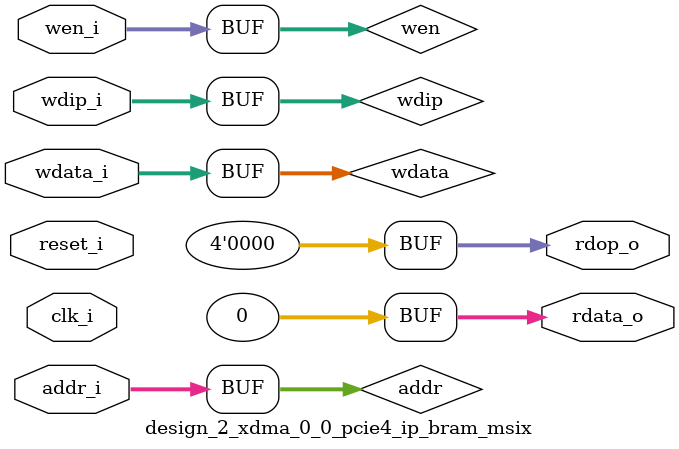
<source format=v>
`timescale 1ps/1ps

(* DowngradeIPIdentifiedWarnings = "yes" *)
module design_2_xdma_0_0_pcie4_ip_bram_msix #(

  parameter           TCQ = 100
, parameter           TO_RAM_PIPELINE="FALSE"
, parameter           FROM_RAM_PIPELINE="FALSE"
, parameter           MSIX_CAP_TABLE_SIZE=11'h0
, parameter           MSIX_TABLE_RAM_ENABLE="FALSE"

  ) (

  input  wire         clk_i,
  input  wire         reset_i,

  input  wire  [12:0] addr_i,
  input  wire  [31:0] wdata_i,
  input  wire   [3:0] wdip_i,
  input  wire   [3:0] wen_i,
  output wire  [31:0] rdata_o,
  output wire   [3:0] rdop_o

  );

  // WIP : Use Total number of functions (PFs + VFs) to calculate the NUM_BRAM_4K
  localparam integer NUM_BRAM_4K = (MSIX_TABLE_RAM_ENABLE == "TRUE") ? 8 : 0 ;
 

  reg          [12:0] addr;
  reg          [12:0] addr_p0;
  reg          [12:0] addr_p1;
  reg          [31:0] wdata;
  reg           [3:0] wdip;
  reg           [3:0] wen;
  reg          [31:0] reg_rdata;
  reg           [3:0] reg_rdop;
  wire         [31:0] rdata;
  wire          [3:0] rdop;
  genvar              i;
  wire    [(8*4)-1:0] bram_4k_wen;
  wire   [(8*32)-1:0] rdata_t;
  wire    [(8*4)-1:0] rdop_t;

  //
  // Optional input pipe stages
  //
  generate

    if (TO_RAM_PIPELINE == "TRUE") begin : TORAMPIPELINE

      always @(posedge clk_i) begin
     
        if (reset_i) begin

          addr <= #(TCQ) 13'b0;
          wdata <= #(TCQ) 32'b0;
          wdip <= #(TCQ) 4'b0;
          wen <= #(TCQ) 4'b0;

        end else begin

          addr <= #(TCQ) addr_i;
          wdata <= #(TCQ) wdata_i;
          wdip <= #(TCQ) wdip_i;
          wen <= #(TCQ) wen_i;

        end

      end

    end else begin : NOTORAMPIPELINE

      always @(*) begin

          addr = addr_i;
          wdata = wdata_i;
          wdip = wdip_i;
          wen = wen_i;

      end


    end

  endgenerate

  // 
  // Address pipeline
  //
  always @(posedge clk_i) begin
     
    if (reset_i) begin

      addr_p0 <= #(TCQ) 13'b0;
      addr_p1 <= #(TCQ) 13'b0;

    end else begin

      addr_p0 <= #(TCQ) addr;
      addr_p1 <= #(TCQ) addr_p0;

    end

  end

  //
  // Optional output pipe stages
  //
  generate

    if (FROM_RAM_PIPELINE == "TRUE") begin : FRMRAMPIPELINE


      always @(posedge clk_i) begin
     
        if (reset_i) begin

          reg_rdata <= #(TCQ) 32'b0;
          reg_rdop <= #(TCQ) 4'b0;

        end else begin

          case (addr_p1[12:10]) 
            3'b000 : begin
              reg_rdata <= #(TCQ) rdata_t[(32*(0))+31:(32*(0))+0];
              reg_rdop <= #(TCQ) rdop_t[(4*(0))+3:(4*(0))+0];
            end
            3'b001 : begin
              reg_rdata <= #(TCQ) rdata_t[(32*(1))+31:(32*(1))+0];
              reg_rdop <= #(TCQ) rdop_t[(4*(1))+3:(4*(1))+0];
            end
            3'b010 : begin
              reg_rdata <= #(TCQ) rdata_t[(32*(2))+31:(32*(2))+0];
              reg_rdop <= #(TCQ) rdop_t[(4*(2))+3:(4*(2))+0];
            end
            3'b011 : begin
              reg_rdata <= #(TCQ) rdata_t[(32*(3))+31:(32*(3))+0];
              reg_rdop <= #(TCQ) rdop_t[(4*(3))+3:(4*(3))+0];
            end
            3'b100 : begin
              reg_rdata <= #(TCQ) rdata_t[(32*(4))+31:(32*(4))+0];
              reg_rdop <= #(TCQ) rdop_t[(4*(4))+3:(4*(4))+0];
            end
            3'b101 : begin
              reg_rdata <= #(TCQ) rdata_t[(32*(5))+31:(32*(5))+0];
              reg_rdop <= #(TCQ) rdop_t[(4*(5))+3:(4*(5))+0];
            end
            3'b110 : begin
              reg_rdata <= #(TCQ) rdata_t[(32*(6))+31:(32*(6))+0];
              reg_rdop <= #(TCQ) rdop_t[(4*(6))+3:(4*(6))+0];
            end
            3'b111 : begin
              reg_rdata <= #(TCQ) rdata_t[(32*(7))+31:(32*(7))+0];
              reg_rdop <= #(TCQ) rdop_t[(4*(7))+3:(4*(7))+0];
            end
          endcase

        end

      end

    end else begin : NOFRMRAMPIPELINE

      always @(*) begin

          case (addr_p1[12:10]) 
            3'b000 : begin
              reg_rdata <= #(TCQ) rdata_t[(32*(0))+31:(32*(0))+0];
              reg_rdop <= #(TCQ) rdop_t[(4*(0))+3:(4*(0))+0];
            end
            3'b001 : begin
              reg_rdata <= #(TCQ) rdata_t[(32*(1))+31:(32*(1))+0];
              reg_rdop <= #(TCQ) rdop_t[(4*(1))+3:(4*(1))+0];
            end
            3'b010 : begin
              reg_rdata <= #(TCQ) rdata_t[(32*(2))+31:(32*(2))+0];
              reg_rdop <= #(TCQ) rdop_t[(4*(2))+3:(4*(2))+0];
            end
            3'b011 : begin
              reg_rdata <= #(TCQ) rdata_t[(32*(3))+31:(32*(3))+0];
              reg_rdop <= #(TCQ) rdop_t[(4*(3))+3:(4*(3))+0];
            end
            3'b100 : begin
              reg_rdata <= #(TCQ) rdata_t[(32*(4))+31:(32*(4))+0];
              reg_rdop <= #(TCQ) rdop_t[(4*(4))+3:(4*(4))+0];
            end
            3'b101 : begin
              reg_rdata <= #(TCQ) rdata_t[(32*(5))+31:(32*(5))+0];
              reg_rdop <= #(TCQ) rdop_t[(4*(5))+3:(4*(5))+0];
            end
            3'b110 : begin
              reg_rdata <= #(TCQ) rdata_t[(32*(6))+31:(32*(6))+0];
              reg_rdop <= #(TCQ) rdop_t[(4*(6))+3:(4*(6))+0];
            end
            3'b111 : begin
              reg_rdata <= #(TCQ) rdata_t[(32*(7))+31:(32*(7))+0];
              reg_rdop <= #(TCQ) rdop_t[(4*(7))+3:(4*(7))+0];
            end
          endcase

      end

    end
  
  endgenerate

  assign rdata_o = (MSIX_TABLE_RAM_ENABLE == "TRUE") ?  reg_rdata : 32'h0;
  assign rdop_o = (MSIX_TABLE_RAM_ENABLE == "TRUE") ? reg_rdop : 4'h0;

  generate 
  
    for (i=0; i<NUM_BRAM_4K; i=i+1) begin : BRAM4K

      design_2_xdma_0_0_pcie4_ip_bram_4k_int #(
          .TCQ(TCQ)
        )
        bram_4k_int (
    
          .clk_i (clk_i),
          .reset_i (reset_i),
    
          .addr_i(addr[9:0]),
          .wdata_i(wdata),
          .wdip_i(wdip),
          .wen_i(bram_4k_wen[(4*(i))+3:(4*(i))+0]),
          .rdata_o(rdata_t[(32*i)+31:(32*i)+0]),
          .rdop_o(rdop_t[(4*i)+3:(4*i)+0]),
          .baddr_i(10'b0),
          .brdata_o()

      );
      assign bram_4k_wen[(4*(i))+3:(4*(i))+0] = wen & {4{(i == addr[12:10])}};  
      
    end

  endgenerate

endmodule

</source>
